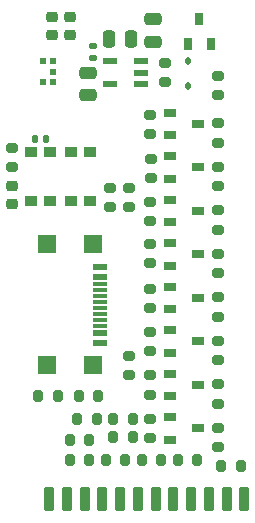
<source format=gbp>
G04 #@! TF.GenerationSoftware,KiCad,Pcbnew,9.0.4*
G04 #@! TF.CreationDate,2025-10-20T22:41:46-04:00*
G04 #@! TF.ProjectId,the-spirit-board,7468652d-7370-4697-9269-742d626f6172,rev?*
G04 #@! TF.SameCoordinates,Original*
G04 #@! TF.FileFunction,Paste,Bot*
G04 #@! TF.FilePolarity,Positive*
%FSLAX46Y46*%
G04 Gerber Fmt 4.6, Leading zero omitted, Abs format (unit mm)*
G04 Created by KiCad (PCBNEW 9.0.4) date 2025-10-20 22:41:46*
%MOMM*%
%LPD*%
G01*
G04 APERTURE LIST*
G04 Aperture macros list*
%AMRoundRect*
0 Rectangle with rounded corners*
0 $1 Rounding radius*
0 $2 $3 $4 $5 $6 $7 $8 $9 X,Y pos of 4 corners*
0 Add a 4 corners polygon primitive as box body*
4,1,4,$2,$3,$4,$5,$6,$7,$8,$9,$2,$3,0*
0 Add four circle primitives for the rounded corners*
1,1,$1+$1,$2,$3*
1,1,$1+$1,$4,$5*
1,1,$1+$1,$6,$7*
1,1,$1+$1,$8,$9*
0 Add four rect primitives between the rounded corners*
20,1,$1+$1,$2,$3,$4,$5,0*
20,1,$1+$1,$4,$5,$6,$7,0*
20,1,$1+$1,$6,$7,$8,$9,0*
20,1,$1+$1,$8,$9,$2,$3,0*%
G04 Aperture macros list end*
%ADD10RoundRect,0.120000X0.280000X-0.880000X0.280000X0.880000X-0.280000X0.880000X-0.280000X-0.880000X0*%
%ADD11RoundRect,0.200000X-0.200000X-0.275000X0.200000X-0.275000X0.200000X0.275000X-0.200000X0.275000X0*%
%ADD12RoundRect,0.200000X0.275000X-0.200000X0.275000X0.200000X-0.275000X0.200000X-0.275000X-0.200000X0*%
%ADD13R,1.000000X0.700000*%
%ADD14RoundRect,0.225000X-0.250000X0.225000X-0.250000X-0.225000X0.250000X-0.225000X0.250000X0.225000X0*%
%ADD15RoundRect,0.200000X0.200000X0.275000X-0.200000X0.275000X-0.200000X-0.275000X0.200000X-0.275000X0*%
%ADD16R,0.650000X1.100000*%
%ADD17RoundRect,0.200000X-0.275000X0.200000X-0.275000X-0.200000X0.275000X-0.200000X0.275000X0.200000X0*%
%ADD18R,1.000000X0.900000*%
%ADD19R,1.150000X0.600000*%
%ADD20R,1.150000X0.300000*%
%ADD21R,1.500000X1.500000*%
%ADD22RoundRect,0.250000X0.250000X0.475000X-0.250000X0.475000X-0.250000X-0.475000X0.250000X-0.475000X0*%
%ADD23RoundRect,0.250000X-0.475000X0.250000X-0.475000X-0.250000X0.475000X-0.250000X0.475000X0.250000X0*%
%ADD24RoundRect,0.140000X0.170000X-0.140000X0.170000X0.140000X-0.170000X0.140000X-0.170000X-0.140000X0*%
%ADD25RoundRect,0.140000X-0.140000X-0.170000X0.140000X-0.170000X0.140000X0.170000X-0.140000X0.170000X0*%
%ADD26RoundRect,0.112500X-0.112500X0.187500X-0.112500X-0.187500X0.112500X-0.187500X0.112500X0.187500X0*%
%ADD27R,0.522000X0.600000*%
G04 APERTURE END LIST*
D10*
X144250000Y-144000000D03*
X145750000Y-144000000D03*
X147250000Y-144000000D03*
X148750000Y-144000000D03*
X150250000Y-144000000D03*
X151750000Y-144000000D03*
X153250000Y-144000000D03*
X154750000Y-144000000D03*
X156250000Y-144000000D03*
X157750000Y-144000000D03*
X159250000Y-144000000D03*
X160750000Y-144000000D03*
D11*
X149670000Y-138811000D03*
X151320000Y-138811000D03*
D12*
X152781000Y-138874000D03*
X152781000Y-137224000D03*
D13*
X154445000Y-116901000D03*
X154445000Y-115001000D03*
X156845000Y-115951000D03*
D14*
X141097000Y-117525000D03*
X141097000Y-119075000D03*
D15*
X144970000Y-135300000D03*
X143320000Y-135300000D03*
D16*
X157920000Y-105500000D03*
X156000000Y-105500000D03*
X156960000Y-103400000D03*
D17*
X141062000Y-114300000D03*
X141062000Y-115950000D03*
D11*
X155131000Y-140716000D03*
X156781000Y-140716000D03*
D13*
X154445000Y-138999000D03*
X154445000Y-137099000D03*
X156845000Y-138049000D03*
D12*
X152794000Y-113159000D03*
X152794000Y-111509000D03*
D18*
X144300000Y-114681000D03*
X142700000Y-114681000D03*
X144300000Y-118781000D03*
X142700000Y-118781000D03*
D14*
X146000000Y-103225000D03*
X146000000Y-104775000D03*
D12*
X152794000Y-127891000D03*
X152794000Y-126241000D03*
X158496000Y-135953000D03*
X158496000Y-134303000D03*
D19*
X148523000Y-130795000D03*
X148523000Y-129995000D03*
D20*
X148523000Y-128845000D03*
X148523000Y-127845000D03*
X148523000Y-127345000D03*
X148523000Y-126345000D03*
D19*
X148523000Y-125195000D03*
X148523000Y-124395000D03*
D20*
X148523000Y-125845000D03*
X148523000Y-126845000D03*
X148523000Y-128345000D03*
X148523000Y-129345000D03*
D21*
X147948000Y-132715000D03*
X147948000Y-122475000D03*
X144018000Y-132715000D03*
X144018000Y-122475000D03*
D13*
X154445000Y-131633000D03*
X154445000Y-129733000D03*
X156845000Y-130683000D03*
D12*
X158496000Y-113855000D03*
X158496000Y-112205000D03*
D13*
X154445000Y-135316000D03*
X154445000Y-133416000D03*
X156845000Y-134366000D03*
D15*
X153733000Y-140716000D03*
X152083000Y-140716000D03*
D17*
X151003000Y-117666000D03*
X151003000Y-119316000D03*
D15*
X148272000Y-137287000D03*
X146622000Y-137287000D03*
D22*
X151200000Y-105050000D03*
X149300000Y-105050000D03*
D12*
X158496000Y-128587000D03*
X158496000Y-126937000D03*
D17*
X149352000Y-117666000D03*
X149352000Y-119316000D03*
D11*
X149670000Y-137287000D03*
X151320000Y-137287000D03*
D14*
X144500000Y-103225000D03*
X144500000Y-104775000D03*
D12*
X152794000Y-131508000D03*
X152794000Y-129858000D03*
D11*
X145987000Y-139065000D03*
X147637000Y-139065000D03*
D12*
X158496000Y-124904000D03*
X158496000Y-123254000D03*
D13*
X154445000Y-120584000D03*
X154445000Y-118684000D03*
X156845000Y-119634000D03*
X154445000Y-113218000D03*
X154445000Y-111318000D03*
X156845000Y-112268000D03*
X154445000Y-127950000D03*
X154445000Y-126050000D03*
X156845000Y-127000000D03*
D12*
X158496000Y-117538000D03*
X158496000Y-115888000D03*
X158496000Y-109855000D03*
X158496000Y-108205000D03*
D11*
X145987000Y-140716000D03*
X147637000Y-140716000D03*
D12*
X152794000Y-120525000D03*
X152794000Y-118875000D03*
X158496000Y-121221000D03*
X158496000Y-119571000D03*
X152794000Y-124081000D03*
X152794000Y-122431000D03*
X152825000Y-116850000D03*
X152825000Y-115200000D03*
X152794000Y-135191000D03*
X152794000Y-133541000D03*
D19*
X152022000Y-106967000D03*
X152022000Y-107917000D03*
X152022000Y-108867000D03*
X149422000Y-108867000D03*
X149422000Y-106967000D03*
D23*
X147500000Y-107950000D03*
X147500000Y-109850000D03*
D12*
X158496000Y-139636000D03*
X158496000Y-137986000D03*
D23*
X153025000Y-103400000D03*
X153025000Y-105300000D03*
D24*
X147984000Y-106652000D03*
X147984000Y-105692000D03*
D13*
X154445000Y-124267000D03*
X154445000Y-122367000D03*
X156845000Y-123317000D03*
D25*
X143020000Y-113531000D03*
X143980000Y-113531000D03*
D26*
X156000000Y-106950000D03*
X156000000Y-109050000D03*
D18*
X147701000Y-114681000D03*
X146101000Y-114681000D03*
X147701000Y-118781000D03*
X146101000Y-118781000D03*
D15*
X148399000Y-135300000D03*
X146749000Y-135300000D03*
D17*
X154000000Y-107092000D03*
X154000000Y-108742000D03*
D15*
X160464000Y-141224000D03*
X158814000Y-141224000D03*
D27*
X144555000Y-108734000D03*
X143733000Y-108734000D03*
X143733000Y-106934000D03*
X144555000Y-106934000D03*
X144555000Y-107834000D03*
D12*
X158496000Y-132270000D03*
X158496000Y-130620000D03*
X151003000Y-133540000D03*
X151003000Y-131890000D03*
D11*
X149035000Y-140716000D03*
X150685000Y-140716000D03*
M02*

</source>
